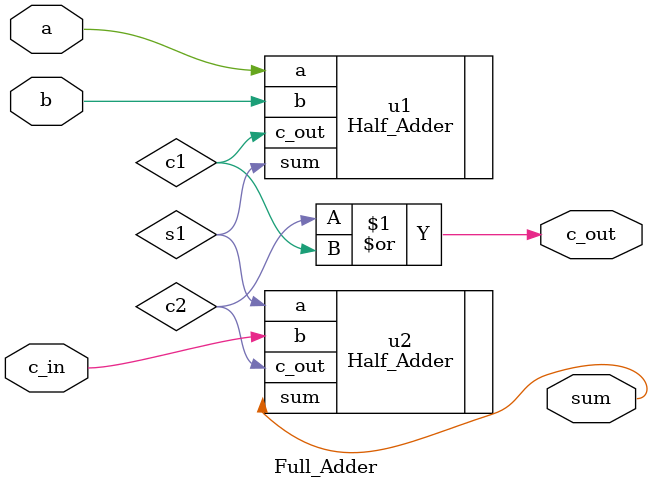
<source format=v>
`timescale 1ns / 1ps


module Full_Adder(
    
    output wire sum,
    output wire c_out,
    input wire a, 
    input wire b,
    input wire c_in
);

wire s1, c1, c2;

Half_Adder u1(.sum(s1), .c_out(c1), .a(a), .b(b) );
Half_Adder u2(.sum(sum), .c_out(c2), .a(s1), .b(c_in));
or (c_out, c2, c1);

endmodule


</source>
